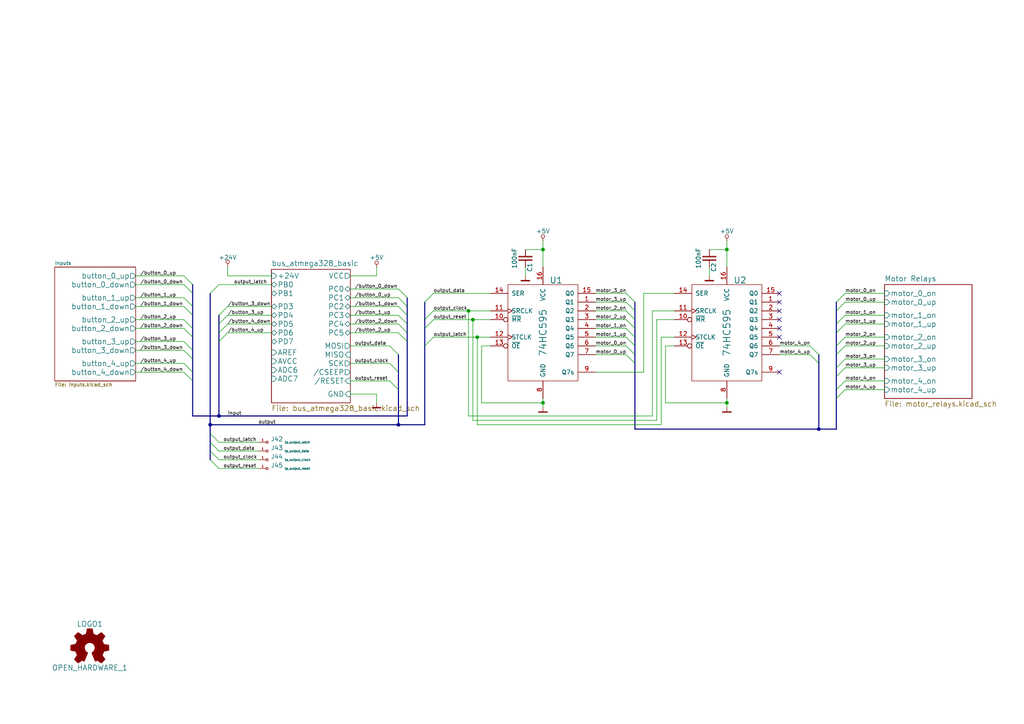
<source format=kicad_sch>
(kicad_sch (version 20211123) (generator eeschema)
  (paper "A4")
  (title_block (title "motor switch 3pole 5x") (date "2018-12-27") (rev "B") (company "koewiba"))
  (lib_symbols
    (symbol "connectors:CONN_1" (pin_names (offset 1.016))
      (property "Reference" "J" (at 0 1.905 0))
      (property "Value" "CONN_1" (at 0 -1.905 0))
      (symbol "CONN_1_0_1"
        (circle (center 0 0) (radius 0.3556))
      )
      (symbol "CONN_1_1_1"
        (pin passive line (at -2.54 0 0) (length 2.54) (name "~") (number "1"))
      )
    )
    (symbol "ics_74xx:74HC595" (pin_names (offset 1.016))
      (property "Reference" "U" (at 3.81 15.24 0))
      (property "Value" "74HC595" (at 0 0 90))
      (property "Datasheet" "74xx/74HC595.pdf" (at 0 0 0))
      (symbol "74HC595_0_1"
        (rectangle (start -10.16 -13.97) (end 10.16 13.97))
      )
      (symbol "74HC595_1_1"
        (pin tri_state line (at 15.24 8.89 180) (length 5.08) (name "Q1") (number "1"))
        (pin input inverted (at -15.24 3.81 0) (length 5.08) (name "~{MR}") (number "10"))
        (pin input clock (at -15.24 6.35 0) (length 5.08) (name "SRCLK") (number "11"))
        (pin input clock (at -15.24 -1.27 0) (length 5.08) (name "STCLK") (number "12"))
        (pin input inverted (at -15.24 -3.81 0) (length 5.08) (name "~{OE}") (number "13"))
        (pin input line (at -15.24 11.43 0) (length 5.08) (name "SER") (number "14"))
        (pin tri_state line (at 15.24 11.43 180) (length 5.08) (name "Q0") (number "15"))
        (pin power_in line (at 0 19.05 270) (length 5.08) (name "VCC") (number "16"))
        (pin tri_state line (at 15.24 6.35 180) (length 5.08) (name "Q2") (number "2"))
        (pin tri_state line (at 15.24 3.81 180) (length 5.08) (name "Q3") (number "3"))
        (pin tri_state line (at 15.24 1.27 180) (length 5.08) (name "Q4") (number "4"))
        (pin tri_state line (at 15.24 -1.27 180) (length 5.08) (name "Q5") (number "5"))
        (pin tri_state line (at 15.24 -3.81 180) (length 5.08) (name "Q6") (number "6"))
        (pin tri_state line (at 15.24 -6.35 180) (length 5.08) (name "Q7") (number "7"))
        (pin power_in line (at 0 -19.05 90) (length 5.08) (name "GND") (number "8"))
        (pin output line (at 15.24 -11.43 180) (length 5.08) (name "Q7s") (number "9"))
      )
    )
    (symbol "logo:OPEN_HARDWARE_1" (pin_names (offset 1.016))
      (property "Reference" "LOGO" (at 0 6.985 0))
      (property "Value" "OPEN_HARDWARE_1" (at 0 -5.715 0))
      (symbol "OPEN_HARDWARE_1_0_1"
        (polyline (pts (xy 3.3528 -4.3434) (xy 3.302 -4.318) (xy 3.175 -4.2418) (xy 2.9972 -4.1148) (xy 2.7686 -3.9624) (xy 2.54 -3.81) (xy 2.3622 -3.7084) (xy 2.2352 -3.6068) (xy 2.1844 -3.5814) (xy 2.159 -3.6068) (xy 2.0574 -3.6576) (xy 1.905 -3.7338) (xy 1.8034 -3.7846) (xy 1.6764 -3.8354) (xy 1.6002 -3.8354) (xy 1.6002 -3.8354) (xy 1.5494 -3.7338) (xy 1.4732 -3.5306) (xy 1.3462 -3.302) (xy 1.2446 -3.0226) (xy 1.1176 -2.7178) (xy 0.9652 -2.413) (xy 0.8636 -2.1082) (xy 0.7366 -1.8288) (xy 0.6604 -1.6256) (xy 0.6096 -1.4732) (xy 0.5842 -1.397) (xy 0.5842 -1.397) (xy 0.6604 -1.3208) (xy 0.7874 -1.2446) (xy 1.0414 -1.016) (xy 1.2954 -0.6858) (xy 1.4478 -0.3302) (xy 1.524 0.0762) (xy 1.4732 0.4572) (xy 1.3208 0.8128) (xy 1.0668 1.143) (xy 0.762 1.3716) (xy 0.4064 1.524) (xy 0 1.5748) (xy -0.381 1.5494) (xy -0.7366 1.397) (xy -1.0668 1.143) (xy -1.2192 0.9906) (xy -1.397 0.6604) (xy -1.524 0.3048) (xy -1.524 0.2286) (xy -1.4986 -0.1778) (xy -1.397 -0.5334) (xy -1.1938 -0.8636) (xy -0.9144 -1.143) (xy -0.8636 -1.1684) (xy -0.7366 -1.27) (xy -0.635 -1.3462) (xy -0.5842 -1.397) (xy -1.0668 -2.5908) (xy -1.143 -2.794) (xy -1.2954 -3.1242) (xy -1.397 -3.4036) (xy -1.4986 -3.6322) (xy -1.5748 -3.7846) (xy -1.6002 -3.8354) (xy -1.6002 -3.8354) (xy -1.651 -3.8354) (xy -1.7272 -3.81) (xy -1.905 -3.7338) (xy -2.0066 -3.683) (xy -2.1336 -3.6068) (xy -2.2098 -3.5814) (xy -2.2606 -3.6068) (xy -2.3622 -3.683) (xy -2.54 -3.81) (xy -2.7686 -3.9624) (xy -2.9718 -4.0894) (xy -3.1496 -4.2164) (xy -3.302 -4.318) (xy -3.3528 -4.3434) (xy -3.3782 -4.3434) (xy -3.429 -4.318) (xy -3.5306 -4.2164) (xy -3.7084 -4.064) (xy -3.937 -3.8354) (xy -3.9624 -3.81) (xy -4.1656 -3.6068) (xy -4.318 -3.4544) (xy -4.4196 -3.3274) (xy -4.445 -3.2766) (xy -4.445 -3.2766) (xy -4.4196 -3.2258) (xy -4.318 -3.0734) (xy -4.2164 -2.8956) (xy -4.064 -2.667) (xy -3.6576 -2.0828) (xy -3.8862 -1.5494) (xy -3.937 -1.3716) (xy -4.0386 -1.1684) (xy -4.0894 -1.0414) (xy -4.1148 -0.9652) (xy -4.191 -0.9398) (xy -4.318 -0.9144) (xy -4.5466 -0.8636) (xy -4.8006 -0.8128) (xy -5.0546 -0.7874) (xy -5.2578 -0.7366) (xy -5.4356 -0.7112) (xy -5.5118 -0.6858) (xy -5.5118 -0.6858) (xy -5.5372 -0.635) (xy -5.5372 -0.5588) (xy -5.5372 -0.4318) (xy -5.5626 -0.2286) (xy -5.5626 0.0762) (xy -5.5626 0.127) (xy -5.5372 0.4064) (xy -5.5372 0.635) (xy -5.5372 0.762) (xy -5.5372 0.8382) (xy -5.5372 0.8382) (xy -5.461 0.8382) (xy -5.3086 0.889) (xy -5.08 0.9144) (xy -4.826 0.9652) (xy -4.8006 0.9906) (xy -4.5466 1.0414) (xy -4.318 1.0668) (xy -4.1656 1.1176) (xy -4.0894 1.143) (xy -4.0894 1.143) (xy -4.0386 1.2446) (xy -3.9624 1.4224) (xy -3.8608 1.6256) (xy -3.7846 1.8288) (xy -3.7084 2.0066) (xy -3.6576 2.159) (xy -3.6322 2.2098) (xy -3.6322 2.2098) (xy -3.683 2.286) (xy -3.7592 2.413) (xy -3.8862 2.5908) (xy -4.064 2.8194) (xy -4.064 2.8448) (xy -4.2164 3.0734) (xy -4.3434 3.2512) (xy -4.4196 3.3782) (xy -4.445 3.4544) (xy -4.445 3.4544) (xy -4.3942 3.5052) (xy -4.2926 3.6322) (xy -4.1148 3.81) (xy -3.937 4.0132) (xy -3.8608 4.064) (xy -3.6576 4.2926) (xy -3.5052 4.4196) (xy -3.4036 4.4958) (xy -3.3528 4.5212) (xy -3.3528 4.5212) (xy -3.302 4.4704) (xy -3.1496 4.3688) (xy -2.9718 4.2418) (xy -2.7432 4.0894) (xy -2.7178 4.0894) (xy -2.4892 3.937) (xy -2.3114 3.81) (xy -2.1844 3.7084) (xy -2.1336 3.683) (xy -2.1082 3.683) (xy -2.032 3.7084) (xy -1.8542 3.7592) (xy -1.6764 3.8354) (xy -1.4732 3.937) (xy -1.27 4.0132) (xy -1.143 4.064) (xy -1.0668 4.1148) (xy -1.0668 4.1148) (xy -1.0414 4.191) (xy -1.016 4.3434) (xy -0.9652 4.572) (xy -0.9144 4.8514) (xy -0.889 4.9022) (xy -0.8382 5.1562) (xy -0.8128 5.3848) (xy -0.7874 5.5372) (xy -0.762 5.588) (xy -0.7112 5.6134) (xy -0.5842 5.6134) (xy -0.4064 5.6134) (xy -0.1524 5.6134) (xy 0.0762 5.6134) (xy 0.3302 5.6134) (xy 0.5334 5.6134) (xy 0.6858 5.588) (xy 0.7366 5.588) (xy 0.7366 5.588) (xy 0.762 5.5118) (xy 0.8128 5.334) (xy 0.8382 5.1054) (xy 0.9144 4.826) (xy 0.9144 4.7752) (xy 0.9652 4.5212) (xy 1.016 4.2926) (xy 1.0414 4.1402) (xy 1.0668 4.0894) (xy 1.0668 4.0894) (xy 1.1938 4.0386) (xy 1.3716 3.9624) (xy 1.5748 3.8608) (xy 2.0828 3.6576) (xy 2.7178 4.0894) (xy 2.7686 4.1402) (xy 2.9972 4.2926) (xy 3.175 4.4196) (xy 3.302 4.4958) (xy 3.3782 4.5212) (xy 3.3782 4.5212) (xy 3.429 4.4704) (xy 3.556 4.3434) (xy 3.7338 4.191) (xy 3.9116 3.9878) (xy 4.064 3.8354) (xy 4.2418 3.6576) (xy 4.3434 3.556) (xy 4.4196 3.4798) (xy 4.4196 3.429) (xy 4.4196 3.4036) (xy 4.3942 3.3274) (xy 4.2926 3.2004) (xy 4.1656 2.9972) (xy 4.0132 2.794) (xy 3.8862 2.5908) (xy 3.7592 2.3876) (xy 3.6576 2.2352) (xy 3.6322 2.159) (xy 3.6322 2.1336) (xy 3.683 2.0066) (xy 3.7592 1.8288) (xy 3.8608 1.6002) (xy 4.064 1.1176) (xy 4.3942 1.0414) (xy 4.5974 1.016) (xy 4.8768 0.9652) (xy 5.1308 0.9144) (xy 5.5372 0.8382) (xy 5.5626 -0.6604) (xy 5.4864 -0.6858) (xy 5.4356 -0.6858) (xy 5.2832 -0.7366) (xy 5.0546 -0.762) (xy 4.8006 -0.8128) (xy 4.5974 -0.8636) (xy 4.3688 -0.9144) (xy 4.2164 -0.9398) (xy 4.1402 -0.9398) (xy 4.1148 -0.9652) (xy 4.064 -1.0668) (xy 3.9878 -1.2446) (xy 3.9116 -1.4478) (xy 3.81 -1.651) (xy 3.7338 -1.8542) (xy 3.683 -2.0066) (xy 3.6576 -2.0828) (xy 3.683 -2.1336) (xy 3.7846 -2.2606) (xy 3.8862 -2.4638) (xy 4.0386 -2.667) (xy 4.191 -2.8956) (xy 4.318 -3.0734) (xy 4.3942 -3.2004) (xy 4.445 -3.2766) (xy 4.4196 -3.3274) (xy 4.3434 -3.429) (xy 4.1656 -3.5814) (xy 3.937 -3.8354) (xy 3.8862 -3.8608) (xy 3.683 -4.064) (xy 3.5306 -4.2164) (xy 3.4036 -4.318) (xy 3.3528 -4.3434)) (fill (type outline)))
      )
    )
    (symbol "power:+24V" (power) (pin_numbers hide) (pin_names (offset 0))
      (property "Value" "power_+24V" (at 0 2.794 0))
      (symbol "+24V_0_0"
        (pin power_in line (at 0 0 90) (length 0) hide (name "+24V") (number "1"))
      )
      (symbol "+24V_0_1"
        (polyline (pts (xy 0 0) (xy 0 1.016) (xy 0 1.016)))
        (circle (center 0 1.524) (radius 0.508))
      )
    )
    (symbol "power:+5V" (power) (pin_names (offset 1.016))
      (property "Value" "power_+5V" (at 0 2.794 0))
      (symbol "+5V_0_0"
        (pin power_in line (at 0 0 90) (length 0) hide (name "+5V") (number "1"))
      )
      (symbol "+5V_0_1"
        (polyline (pts (xy 0 0) (xy 0 0.762) (xy 0 0.762) (xy 0 0.762)))
        (circle (center 0 1.27) (radius 0.508))
      )
    )
    (symbol "power:GND" (power) (pin_names (offset 0.254))
      (symbol "GND_0_1"
        (polyline (pts (xy 0 0) (xy 0 -1.27) (xy 0 -1.27)))
        (polyline (pts (xy 1.27 -1.397) (xy -1.27 -1.397) (xy -1.27 -1.397)))
        (polyline (pts (xy 1.27 -1.27) (xy -1.27 -1.27) (xy -1.27 -1.27)))
        (polyline (pts (xy 1.27 -1.27) (xy 1.27 -1.524) (xy -1.27 -1.524) (xy -1.27 -1.27) (xy -1.27 -1.27)))
      )
      (symbol "GND_1_1"
        (pin power_in line (at 0 0 90) (length 0) hide (name "GND") (number "1"))
      )
    )
    (symbol "standard:C" (pin_numbers hide) (pin_names (offset 1.016) hide)
      (property "Reference" "C" (at 1.27 1.27 0))
      (property "Value" "C" (at 0 -3.175 0))
      (symbol "C_0_1"
        (polyline (pts (xy -0.508 -1.905) (xy -0.508 1.905) (xy -0.508 1.905)))
        (polyline (pts (xy -0.381 -1.905) (xy -0.635 -1.905) (xy -0.635 -1.905)))
        (polyline (pts (xy -0.381 1.905) (xy -0.635 1.905) (xy -0.635 1.905)))
        (polyline (pts (xy -0.381 1.905) (xy -0.381 -1.905) (xy -0.381 -1.905)))
        (polyline (pts (xy 0.381 1.905) (xy 0.381 -1.905) (xy 0.381 -1.905)))
        (polyline (pts (xy 0.508 -1.905) (xy 0.508 1.905) (xy 0.508 1.905)))
        (polyline (pts (xy 0.635 -1.905) (xy 0.381 -1.905) (xy 0.381 -1.905)))
        (polyline (pts (xy 0.635 -1.905) (xy 0.635 1.905) (xy 0.635 1.905)))
        (polyline (pts (xy 0.635 1.905) (xy 0.381 1.905) (xy 0.381 1.905)))
        (polyline (pts (xy -0.635 1.905) (xy -0.635 -1.905) (xy -0.635 -1.905) (xy -0.635 -1.905)))
      )
      (symbol "C_1_1"
        (pin input line (at -2.54 0 0) (length 1.905) (name "1") (number "1"))
        (pin input line (at 2.54 0 180) (length 1.905) (name "2") (number "2"))
      )
    )
  )
  (junction (at 137.16 92.71))
  (junction (at 135.89 90.17))
  (junction (at 157.48 116.84))
  (junction (at 157.48 72.39))
  (junction (at 210.82 72.39))
  (junction (at 237.49 124.46))
  (junction (at 63.5 120.65))
  (junction (at 60.96 123.19))
  (junction (at 138.43 97.79))
  (junction (at 210.82 116.84))
  (junction (at 115.57 123.19))
  (no_connect (at 226.06 107.95))
  (no_connect (at 226.06 85.09))
  (no_connect (at 226.06 92.71))
  (no_connect (at 226.06 90.17))
  (no_connect (at 226.06 95.25))
  (no_connect (at 226.06 87.63))
  (no_connect (at 226.06 97.79))
  (bus_entry (at 181.61 87.63) (size 2.54 2.54))
  (bus_entry (at 181.61 95.25) (size 2.54 2.54))
  (bus_entry (at 242.57 113.03) (size 2.54 -2.54))
  (bus_entry (at 60.96 128.27) (size 2.54 2.54))
  (bus_entry (at 181.61 102.87) (size 2.54 2.54))
  (bus_entry (at 242.57 102.87) (size 2.54 -2.54))
  (bus_entry (at 63.5 93.98) (size 2.54 -2.54))
  (bus_entry (at 181.61 97.79) (size 2.54 2.54))
  (bus_entry (at 53.34 86.36) (size 2.54 2.54))
  (bus_entry (at 113.03 105.41) (size 2.54 2.54))
  (bus_entry (at 181.61 92.71) (size 2.54 2.54))
  (bus_entry (at 123.19 92.71) (size 2.54 -2.54))
  (bus_entry (at 115.57 88.9) (size 2.54 2.54))
  (bus_entry (at 60.96 133.35) (size 2.54 2.54))
  (bus_entry (at 53.34 88.9) (size 2.54 2.54))
  (bus_entry (at 123.19 100.33) (size 2.54 -2.54))
  (bus_entry (at 242.57 93.98) (size 2.54 -2.54))
  (bus_entry (at 234.95 102.87) (size 2.54 2.54))
  (bus_entry (at 53.34 107.95) (size 2.54 2.54))
  (bus_entry (at 115.57 86.36) (size 2.54 2.54))
  (bus_entry (at 123.19 95.25) (size 2.54 -2.54))
  (bus_entry (at 53.34 101.6) (size 2.54 2.54))
  (bus_entry (at 60.96 130.81) (size 2.54 2.54))
  (bus_entry (at 63.5 96.52) (size 2.54 -2.54))
  (bus_entry (at 242.57 87.63) (size 2.54 -2.54))
  (bus_entry (at 53.34 105.41) (size 2.54 2.54))
  (bus_entry (at 63.5 91.44) (size 2.54 -2.54))
  (bus_entry (at 242.57 106.68) (size 2.54 -2.54))
  (bus_entry (at 181.61 90.17) (size 2.54 2.54))
  (bus_entry (at 115.57 93.98) (size 2.54 2.54))
  (bus_entry (at 63.5 99.06) (size 2.54 -2.54))
  (bus_entry (at 181.61 100.33) (size 2.54 2.54))
  (bus_entry (at 53.34 82.55) (size 2.54 2.54))
  (bus_entry (at 242.57 90.17) (size 2.54 -2.54))
  (bus_entry (at 53.34 95.25) (size 2.54 2.54))
  (bus_entry (at 115.57 83.82) (size 2.54 2.54))
  (bus_entry (at 53.34 99.06) (size 2.54 2.54))
  (bus_entry (at 115.57 91.44) (size 2.54 2.54))
  (bus_entry (at 113.03 110.49) (size 2.54 2.54))
  (bus_entry (at 60.96 125.73) (size 2.54 2.54))
  (bus_entry (at 123.19 87.63) (size 2.54 -2.54))
  (bus_entry (at 234.95 100.33) (size 2.54 2.54))
  (bus_entry (at 242.57 96.52) (size 2.54 -2.54))
  (bus_entry (at 181.61 85.09) (size 2.54 2.54))
  (bus_entry (at 53.34 92.71) (size 2.54 2.54))
  (bus_entry (at 113.03 100.33) (size 2.54 2.54))
  (bus_entry (at 115.57 96.52) (size 2.54 2.54))
  (bus_entry (at 242.57 109.22) (size 2.54 -2.54))
  (bus_entry (at 242.57 100.33) (size 2.54 -2.54))
  (bus_entry (at 242.57 115.57) (size 2.54 -2.54))
  (bus_entry (at 60.96 85.09) (size 2.54 -2.54))
  (bus_entry (at 53.34 80.01) (size 2.54 2.54))
  (bus (pts (xy 184.15 124.46) (xy 237.49 124.46)))
  (wire (pts (xy 256.54 106.68) (xy 245.11 106.68)))
  (wire (pts (xy 256.54 113.03) (xy 245.11 113.03)))
  (bus (pts (xy 123.19 92.71) (xy 123.19 95.25)))
  (wire (pts (xy 157.48 69.85) (xy 157.48 72.39)))
  (bus (pts (xy 115.57 123.19) (xy 123.19 123.19)))
  (wire (pts (xy 101.6 93.98) (xy 115.57 93.98)))
  (wire (pts (xy 172.72 107.95) (xy 186.69 107.95)))
  (wire (pts (xy 39.37 101.6) (xy 53.34 101.6)))
  (wire (pts (xy 39.37 107.95) (xy 53.34 107.95)))
  (bus (pts (xy 242.57 96.52) (xy 242.57 100.33)))
  (wire (pts (xy 172.72 85.09) (xy 181.61 85.09)))
  (wire (pts (xy 137.16 121.92) (xy 190.5 121.92)))
  (wire (pts (xy 101.6 100.33) (xy 113.03 100.33)))
  (wire (pts (xy 256.54 91.44) (xy 245.11 91.44)))
  (bus (pts (xy 118.11 96.52) (xy 118.11 99.06)))
  (wire (pts (xy 210.82 116.84) (xy 210.82 118.11)))
  (bus (pts (xy 237.49 124.46) (xy 242.57 124.46)))
  (bus (pts (xy 55.88 95.25) (xy 55.88 97.79)))
  (wire (pts (xy 210.82 69.85) (xy 210.82 72.39)))
  (wire (pts (xy 63.5 82.55) (xy 78.74 82.55)))
  (bus (pts (xy 55.88 82.55) (xy 55.88 85.09)))
  (bus (pts (xy 242.57 87.63) (xy 242.57 90.17)))
  (bus (pts (xy 242.57 106.68) (xy 242.57 109.22)))
  (wire (pts (xy 66.04 96.52) (xy 78.74 96.52)))
  (wire (pts (xy 138.43 123.19) (xy 138.43 97.79)))
  (wire (pts (xy 256.54 87.63) (xy 245.11 87.63)))
  (bus (pts (xy 242.57 102.87) (xy 242.57 106.68)))
  (bus (pts (xy 60.96 125.73) (xy 60.96 128.27)))
  (bus (pts (xy 184.15 90.17) (xy 184.15 92.71)))
  (wire (pts (xy 53.34 92.71) (xy 39.37 92.71)))
  (wire (pts (xy 135.89 120.65) (xy 135.89 90.17)))
  (bus (pts (xy 55.88 91.44) (xy 55.88 95.25)))
  (wire (pts (xy 152.4 72.39) (xy 157.48 72.39)))
  (bus (pts (xy 60.96 123.19) (xy 60.96 125.73)))
  (bus (pts (xy 184.15 102.87) (xy 184.15 105.41)))
  (wire (pts (xy 256.54 104.14) (xy 245.11 104.14)))
  (wire (pts (xy 190.5 121.92) (xy 190.5 92.71)))
  (wire (pts (xy 256.54 110.49) (xy 245.11 110.49)))
  (wire (pts (xy 172.72 100.33) (xy 181.61 100.33)))
  (bus (pts (xy 55.88 104.14) (xy 55.88 107.95)))
  (wire (pts (xy 125.73 85.09) (xy 142.24 85.09)))
  (wire (pts (xy 172.72 92.71) (xy 181.61 92.71)))
  (bus (pts (xy 115.57 113.03) (xy 115.57 123.19)))
  (wire (pts (xy 101.6 80.01) (xy 109.22 80.01)))
  (wire (pts (xy 125.73 90.17) (xy 135.89 90.17)))
  (wire (pts (xy 39.37 95.25) (xy 53.34 95.25)))
  (wire (pts (xy 172.72 90.17) (xy 181.61 90.17)))
  (wire (pts (xy 109.22 114.3) (xy 109.22 116.84)))
  (wire (pts (xy 39.37 80.01) (xy 53.34 80.01)))
  (wire (pts (xy 78.74 80.01) (xy 66.04 80.01)))
  (bus (pts (xy 184.15 87.63) (xy 184.15 90.17)))
  (wire (pts (xy 137.16 92.71) (xy 142.24 92.71)))
  (bus (pts (xy 184.15 97.79) (xy 184.15 100.33)))
  (wire (pts (xy 195.58 97.79) (xy 191.77 97.79)))
  (wire (pts (xy 137.16 92.71) (xy 137.16 121.92)))
  (wire (pts (xy 210.82 115.57) (xy 210.82 116.84)))
  (wire (pts (xy 195.58 100.33) (xy 193.04 100.33)))
  (wire (pts (xy 205.74 72.39) (xy 210.82 72.39)))
  (wire (pts (xy 181.61 87.63) (xy 172.72 87.63)))
  (wire (pts (xy 66.04 91.44) (xy 78.74 91.44)))
  (bus (pts (xy 123.19 95.25) (xy 123.19 100.33)))
  (bus (pts (xy 184.15 95.25) (xy 184.15 97.79)))
  (wire (pts (xy 125.73 92.71) (xy 137.16 92.71)))
  (wire (pts (xy 63.5 130.81) (xy 74.93 130.81)))
  (bus (pts (xy 242.57 93.98) (xy 242.57 96.52)))
  (bus (pts (xy 118.11 86.36) (xy 118.11 88.9)))
  (wire (pts (xy 139.7 116.84) (xy 157.48 116.84)))
  (wire (pts (xy 234.95 100.33) (xy 226.06 100.33)))
  (bus (pts (xy 118.11 99.06) (xy 118.11 120.65)))
  (wire (pts (xy 53.34 105.41) (xy 39.37 105.41)))
  (wire (pts (xy 63.5 133.35) (xy 74.93 133.35)))
  (bus (pts (xy 63.5 120.65) (xy 118.11 120.65)))
  (wire (pts (xy 205.74 77.47) (xy 205.74 80.01)))
  (bus (pts (xy 123.19 100.33) (xy 123.19 123.19)))
  (bus (pts (xy 237.49 102.87) (xy 237.49 105.41)))
  (wire (pts (xy 138.43 97.79) (xy 142.24 97.79)))
  (wire (pts (xy 157.48 72.39) (xy 157.48 77.47)))
  (bus (pts (xy 242.57 113.03) (xy 242.57 115.57)))
  (wire (pts (xy 66.04 88.9) (xy 78.74 88.9)))
  (wire (pts (xy 101.6 114.3) (xy 109.22 114.3)))
  (wire (pts (xy 139.7 100.33) (xy 139.7 116.84)))
  (wire (pts (xy 191.77 97.79) (xy 191.77 123.19)))
  (wire (pts (xy 152.4 77.47) (xy 152.4 80.01)))
  (wire (pts (xy 74.93 128.27) (xy 63.5 128.27)))
  (wire (pts (xy 142.24 100.33) (xy 139.7 100.33)))
  (bus (pts (xy 55.88 110.49) (xy 55.88 120.65)))
  (wire (pts (xy 66.04 80.01) (xy 66.04 77.47)))
  (bus (pts (xy 184.15 100.33) (xy 184.15 102.87)))
  (wire (pts (xy 189.23 90.17) (xy 189.23 120.65)))
  (wire (pts (xy 157.48 116.84) (xy 157.48 118.11)))
  (bus (pts (xy 118.11 91.44) (xy 118.11 93.98)))
  (bus (pts (xy 55.88 120.65) (xy 63.5 120.65)))
  (wire (pts (xy 193.04 116.84) (xy 210.82 116.84)))
  (bus (pts (xy 63.5 93.98) (xy 63.5 96.52)))
  (bus (pts (xy 242.57 109.22) (xy 242.57 113.03)))
  (wire (pts (xy 63.5 135.89) (xy 74.93 135.89)))
  (wire (pts (xy 195.58 90.17) (xy 189.23 90.17)))
  (bus (pts (xy 63.5 91.44) (xy 63.5 93.98)))
  (bus (pts (xy 118.11 88.9) (xy 118.11 91.44)))
  (bus (pts (xy 123.19 87.63) (xy 123.19 92.71)))
  (wire (pts (xy 39.37 88.9) (xy 53.34 88.9)))
  (bus (pts (xy 115.57 102.87) (xy 115.57 107.95)))
  (bus (pts (xy 60.96 130.81) (xy 60.96 133.35)))
  (bus (pts (xy 184.15 105.41) (xy 184.15 124.46)))
  (bus (pts (xy 184.15 92.71) (xy 184.15 95.25)))
  (bus (pts (xy 60.96 128.27) (xy 60.96 130.81)))
  (wire (pts (xy 256.54 97.79) (xy 245.11 97.79)))
  (wire (pts (xy 101.6 105.41) (xy 113.03 105.41)))
  (wire (pts (xy 53.34 86.36) (xy 39.37 86.36)))
  (bus (pts (xy 63.5 99.06) (xy 63.5 120.65)))
  (wire (pts (xy 189.23 120.65) (xy 135.89 120.65)))
  (wire (pts (xy 210.82 72.39) (xy 210.82 77.47)))
  (bus (pts (xy 242.57 90.17) (xy 242.57 93.98)))
  (wire (pts (xy 172.72 102.87) (xy 181.61 102.87)))
  (wire (pts (xy 256.54 85.09) (xy 245.11 85.09)))
  (bus (pts (xy 55.88 107.95) (xy 55.88 110.49)))
  (wire (pts (xy 135.89 90.17) (xy 142.24 90.17)))
  (bus (pts (xy 118.11 93.98) (xy 118.11 96.52)))
  (wire (pts (xy 186.69 107.95) (xy 186.69 85.09)))
  (wire (pts (xy 109.22 80.01) (xy 109.22 77.47)))
  (wire (pts (xy 172.72 97.79) (xy 181.61 97.79)))
  (wire (pts (xy 256.54 100.33) (xy 245.11 100.33)))
  (bus (pts (xy 242.57 100.33) (xy 242.57 102.87)))
  (wire (pts (xy 39.37 82.55) (xy 53.34 82.55)))
  (wire (pts (xy 157.48 115.57) (xy 157.48 116.84)))
  (bus (pts (xy 55.88 88.9) (xy 55.88 91.44)))
  (wire (pts (xy 193.04 100.33) (xy 193.04 116.84)))
  (wire (pts (xy 101.6 86.36) (xy 115.57 86.36)))
  (bus (pts (xy 55.88 85.09) (xy 55.88 88.9)))
  (wire (pts (xy 191.77 123.19) (xy 138.43 123.19)))
  (wire (pts (xy 172.72 95.25) (xy 181.61 95.25)))
  (wire (pts (xy 125.73 97.79) (xy 138.43 97.79)))
  (wire (pts (xy 186.69 85.09) (xy 195.58 85.09)))
  (wire (pts (xy 53.34 99.06) (xy 39.37 99.06)))
  (wire (pts (xy 190.5 92.71) (xy 195.58 92.71)))
  (wire (pts (xy 101.6 110.49) (xy 113.03 110.49)))
  (wire (pts (xy 101.6 83.82) (xy 115.57 83.82)))
  (wire (pts (xy 66.04 93.98) (xy 78.74 93.98)))
  (wire (pts (xy 101.6 91.44) (xy 115.57 91.44)))
  (wire (pts (xy 101.6 96.52) (xy 115.57 96.52)))
  (wire (pts (xy 256.54 93.98) (xy 245.11 93.98)))
  (bus (pts (xy 55.88 97.79) (xy 55.88 101.6)))
  (bus (pts (xy 60.96 123.19) (xy 115.57 123.19)))
  (bus (pts (xy 60.96 85.09) (xy 60.96 123.19)))
  (wire (pts (xy 226.06 102.87) (xy 234.95 102.87)))
  (bus (pts (xy 242.57 115.57) (xy 242.57 124.46)))
  (bus (pts (xy 115.57 107.95) (xy 115.57 113.03)))
  (wire (pts (xy 115.57 88.9) (xy 101.6 88.9)))
  (bus (pts (xy 63.5 96.52) (xy 63.5 99.06)))
  (bus (pts (xy 237.49 105.41) (xy 237.49 124.46)))
  (bus (pts (xy 55.88 101.6) (xy 55.88 104.14)))
  (label "output_reset" (at 102.87 110.49 0) (effects (font (size 1.016 1.016))))
  (label "/button_2_up" (at 102.87 96.52 0) (effects (font (size 1.016 1.016))))
  (label "motor_0_on" (at 245.11 85.09 0) (effects (font (size 1.016 1.016))))
  (label "output_latch" (at 64.77 128.27 0) (effects (font (size 1.016 1.016))))
  (label "output_data" (at 102.87 100.33 0) (effects (font (size 1.016 1.016))))
  (label "/button_4_down" (at 66.04 93.98 0) (effects (font (size 1.016 1.016))))
  (label "motor_1_up" (at 172.72 97.79 0) (effects (font (size 1.016 1.016))))
  (label "/button_2_down" (at 40.64 95.25 0) (effects (font (size 1.016 1.016))))
  (label "motor_4_up" (at 226.06 102.87 0) (effects (font (size 1.016 1.016))))
  (label "/button_0_up" (at 102.87 86.36 0) (effects (font (size 1.016 1.016))))
  (label "/button_0_down" (at 102.87 83.82 0) (effects (font (size 1.016 1.016))))
  (label "/button_4_up" (at 66.04 96.52 0) (effects (font (size 1.016 1.016))))
  (label "motor_3_on" (at 172.72 85.09 0) (effects (font (size 1.016 1.016))))
  (label "output_clock" (at 102.87 105.41 0) (effects (font (size 1.016 1.016))))
  (label "/button_1_down" (at 40.64 88.9 0) (effects (font (size 1.016 1.016))))
  (label "output_reset" (at 64.77 135.89 0) (effects (font (size 1.016 1.016))))
  (label "output_clock" (at 125.73 90.17 0) (effects (font (size 1.016 1.016))))
  (label "motor_2_up" (at 172.72 92.71 0) (effects (font (size 1.016 1.016))))
  (label "motor_2_on" (at 245.11 97.79 0) (effects (font (size 1.016 1.016))))
  (label "/button_1_up" (at 102.87 91.44 0) (effects (font (size 1.016 1.016))))
  (label "/button_2_up" (at 40.64 92.71 0) (effects (font (size 1.016 1.016))))
  (label "/button_1_up" (at 40.64 86.36 0) (effects (font (size 1.016 1.016))))
  (label "motor_1_on" (at 172.72 95.25 0) (effects (font (size 1.016 1.016))))
  (label "motor_0_on" (at 172.72 100.33 0) (effects (font (size 1.016 1.016))))
  (label "output_latch" (at 125.73 97.79 0) (effects (font (size 1.016 1.016))))
  (label "motor_3_up" (at 172.72 87.63 0) (effects (font (size 1.016 1.016))))
  (label "motor_4_up" (at 245.11 113.03 0) (effects (font (size 1.016 1.016))))
  (label "output_data" (at 125.73 85.09 0) (effects (font (size 1.016 1.016))))
  (label "output_data" (at 64.77 130.81 0) (effects (font (size 1.016 1.016))))
  (label "input" (at 66.04 120.65 0) (effects (font (size 1.016 1.016))))
  (label "motor_2_up" (at 245.11 100.33 0) (effects (font (size 1.016 1.016))))
  (label "output_clock" (at 64.77 133.35 0) (effects (font (size 1.016 1.016))))
  (label "motor_0_up" (at 172.72 102.87 0) (effects (font (size 1.016 1.016))))
  (label "motor_3_up" (at 245.11 106.68 0) (effects (font (size 1.016 1.016))))
  (label "output_latch" (at 77.47 82.55 180) (effects (font (size 1.016 1.016))))
  (label "/button_0_up" (at 40.64 80.01 0) (effects (font (size 1.016 1.016))))
  (label "motor_4_on" (at 226.06 100.33 0) (effects (font (size 1.016 1.016))))
  (label "output" (at 74.93 123.19 0) (effects (font (size 1.016 1.016))))
  (label "motor_1_up" (at 245.11 93.98 0) (effects (font (size 1.016 1.016))))
  (label "motor_1_on" (at 245.11 91.44 0) (effects (font (size 1.016 1.016))))
  (label "motor_3_on" (at 245.11 104.14 0) (effects (font (size 1.016 1.016))))
  (label "/button_3_up" (at 40.64 99.06 0) (effects (font (size 1.016 1.016))))
  (label "/button_0_down" (at 40.64 82.55 0) (effects (font (size 1.016 1.016))))
  (label "motor_4_on" (at 245.11 110.49 0) (effects (font (size 1.016 1.016))))
  (label "/button_2_down" (at 102.87 93.98 0) (effects (font (size 1.016 1.016))))
  (label "output_reset" (at 125.73 92.71 0) (effects (font (size 1.016 1.016))))
  (label "/button_1_down" (at 102.87 88.9 0) (effects (font (size 1.016 1.016))))
  (label "/button_4_up" (at 40.64 105.41 0) (effects (font (size 1.016 1.016))))
  (label "motor_2_on" (at 172.72 90.17 0) (effects (font (size 1.016 1.016))))
  (label "motor_0_up" (at 245.11 87.63 0) (effects (font (size 1.016 1.016))))
  (label "/button_3_up" (at 66.04 91.44 0) (effects (font (size 1.016 1.016))))
  (label "/button_4_down" (at 40.64 107.95 0) (effects (font (size 1.016 1.016))))
  (label "/button_3_down" (at 66.04 88.9 0) (effects (font (size 1.016 1.016))))
  (label "/button_3_down" (at 40.64 101.6 0) (effects (font (size 1.016 1.016))))
  (symbol (lib_id "power:+5V") (at 109.22 77.47 0) (mirror y) (unit 1)
    (property "Reference" "#PWR01" (effects hide))
    (property "Value" "+5V" (at 109.22 74.676 0))
  )
  (symbol (lib_id "power:+24V") (at 66.04 77.47 0) (mirror y) (unit 1)
    (property "Reference" "#PWR02" (effects hide))
    (property "Value" "+24V" (at 66.04 74.676 0))
  )
  (symbol (lib_id "logo:OPEN_HARDWARE_1") (at 26.035 187.96 0) (unit 1)
    (property "Reference" "LOGO1" (at 26.035 180.975 0) (effects (font (size 1.524 1.524))))
    (property "Value" "OPEN_HARDWARE_1" (at 26.035 193.675 0) (effects (font (size 1.524 1.524))))
    (property "Footprint" "Symbol:Symbol_OSHW-Logo_Copper" (effects hide))
  )
  (symbol (lib_id "power:GND") (at 109.22 116.84 0) (mirror y) (unit 1)
    (property "Reference" "#PWR03" (effects hide))
    (property "Value" "GND" (effects hide))
  )
  (symbol (lib_id "ics_74xx:74HC595") (at 210.82 96.52 0) (unit 1)
    (property "Reference" "U2" (at 214.63 81.28 0) (effects (font (size 1.778 1.778))))
    (property "Value" "74HC595" (at 210.82 96.52 90) (effects (font (size 2.0066 2.0066))))
    (property "Footprint" "Housings_SOIC:SO16N" (effects hide))
  )
  (symbol (lib_id "ics_74xx:74HC595") (at 157.48 96.52 0) (unit 1)
    (property "Reference" "U1" (at 161.29 81.28 0) (effects (font (size 1.778 1.778))))
    (property "Value" "74HC595" (at 157.48 96.52 90) (effects (font (size 2.0066 2.0066))))
    (property "Footprint" "Housings_SOIC:SO16N" (effects hide))
  )
  (symbol (lib_id "standard:C") (at 205.74 74.93 270) (unit 1)
    (property "Reference" "C2" (at 207.01 76.2 0) (effects (justify left)))
    (property "Value" "100nF" (at 202.565 74.93 0))
    (property "Footprint" "Capacitors_SMD:C_0805" (effects hide))
  )
  (symbol (lib_id "standard:C") (at 152.4 74.93 270) (unit 1)
    (property "Reference" "C1" (at 153.67 76.2 0) (effects (justify left)))
    (property "Value" "100nF" (at 149.225 74.93 0))
    (property "Footprint" "Capacitors_SMD:C_0805" (effects hide))
  )
  (symbol (lib_id "power:+5V") (at 210.82 69.85 0) (unit 1)
    (property "Reference" "#PWR04" (effects hide))
    (property "Value" "+5V" (at 210.82 67.056 0))
  )
  (symbol (lib_id "power:+5V") (at 157.48 69.85 0) (unit 1)
    (property "Reference" "#PWR05" (effects hide))
    (property "Value" "+5V" (at 157.48 67.056 0))
  )
  (symbol (lib_id "power:GND") (at 152.4 80.01 0) (unit 1)
    (property "Reference" "#PWR06" (effects hide))
    (property "Value" "GND" (effects hide))
  )
  (symbol (lib_id "power:GND") (at 205.74 80.01 0) (unit 1)
    (property "Reference" "#PWR07" (effects hide))
    (property "Value" "GND" (effects hide))
  )
  (symbol (lib_id "power:GND") (at 210.82 118.11 0) (unit 1)
    (property "Reference" "#PWR08" (effects hide))
    (property "Value" "GND" (effects hide))
  )
  (symbol (lib_id "power:GND") (at 157.48 118.11 0) (unit 1)
    (property "Reference" "#PWR09" (effects hide))
    (property "Value" "GND" (effects hide))
  )
  (symbol (lib_id "connectors:CONN_1") (at 77.47 128.27 0) (unit 1)
    (property "Reference" "J42" (at 78.5114 127.3556 0) (effects (justify left)))
    (property "Value" "tp_output_latch" (at 82.55 128.27 0) (effects (font (size 0.635 0.635)) (justify left)))
    (property "Footprint" "Connector_Miscelleaneus:Testpoint_1mm" (effects hide))
  )
  (symbol (lib_id "connectors:CONN_1") (at 77.47 130.81 0) (unit 1)
    (property "Reference" "J43" (at 78.5114 129.8956 0) (effects (justify left)))
    (property "Value" "tp_output_data" (at 82.55 130.81 0) (effects (font (size 0.635 0.635)) (justify left)))
    (property "Footprint" "Connector_Miscelleaneus:Testpoint_1mm" (effects hide))
  )
  (symbol (lib_id "connectors:CONN_1") (at 77.47 133.35 0) (unit 1)
    (property "Reference" "J44" (at 78.5114 132.4356 0) (effects (justify left)))
    (property "Value" "tp_output_clock" (at 82.55 133.35 0) (effects (font (size 0.635 0.635)) (justify left)))
    (property "Footprint" "Connector_Miscelleaneus:Testpoint_1mm" (effects hide))
  )
  (symbol (lib_id "connectors:CONN_1") (at 77.47 135.89 0) (unit 1)
    (property "Reference" "J45" (at 78.5114 134.9756 0) (effects (justify left)))
    (property "Value" "tp_output_reset" (at 82.55 135.89 0) (effects (font (size 0.635 0.635)) (justify left)))
    (property "Footprint" "Connector_Miscelleaneus:Testpoint_1mm" (effects hide))
  )
  (sheet (at 78.74 78.105) (size 22.86 38.735)
    (property "Sheet name" "bus_atmega328_basic" (at 78.74 77.2664 0) (effects (font (size 1.524 1.524)) (justify left bottom)))
    (property "Sheet file" "bus_atmega328_basic.kicad_sch" (at 78.74 117.5262 0) (effects (font (size 1.524 1.524)) (justify left top)))
    (pin "AREF" input (at 78.74 102.235 180) (effects (font (size 1.524 1.524))))
    (pin "AVCC" input (at 78.74 104.775 180) (effects (font (size 1.524 1.524))))
    (pin "+24V" input (at 78.74 80.01 180) (effects (font (size 1.524 1.524))))
    (pin "PC1" bidirectional (at 101.6 86.36 0) (effects (font (size 1.524 1.524))))
    (pin "PC3" bidirectional (at 101.6 91.44 0) (effects (font (size 1.524 1.524))))
    (pin "PC2" bidirectional (at 101.6 88.9 0) (effects (font (size 1.524 1.524))))
    (pin "PC0" bidirectional (at 101.6 83.82 0) (effects (font (size 1.524 1.524))))
    (pin "GND" input (at 101.6 114.3 0) (effects (font (size 1.524 1.524))))
    (pin "VCC" output (at 101.6 80.01 0) (effects (font (size 1.524 1.524))))
    (pin "PC5" bidirectional (at 101.6 96.52 0) (effects (font (size 1.524 1.524))))
    (pin "PC4" bidirectional (at 101.6 93.98 0) (effects (font (size 1.524 1.524))))
    (pin "/RESET" input (at 101.6 110.49 0) (effects (font (size 1.524 1.524))))
    (pin "PD4" bidirectional (at 78.74 91.44 180) (effects (font (size 1.524 1.524))))
    (pin "PD3" bidirectional (at 78.74 88.9 180) (effects (font (size 1.524 1.524))))
    (pin "PD5" bidirectional (at 78.74 93.98 180) (effects (font (size 1.524 1.524))))
    (pin "PD7" bidirectional (at 78.74 99.06 180) (effects (font (size 1.524 1.524))))
    (pin "PD6" bidirectional (at 78.74 96.52 180) (effects (font (size 1.524 1.524))))
    (pin "ADC6" input (at 78.74 107.315 180) (effects (font (size 1.524 1.524))))
    (pin "ADC7" input (at 78.74 109.855 180) (effects (font (size 1.524 1.524))))
    (pin "PB0" bidirectional (at 78.74 82.55 180) (effects (font (size 1.524 1.524))))
    (pin "PB1" bidirectional (at 78.74 85.09 180) (effects (font (size 1.524 1.524))))
    (pin "/CSEEP" output (at 101.6 107.95 0) (effects (font (size 1.524 1.524))))
    (pin "MOSI" output (at 101.6 100.33 0) (effects (font (size 1.524 1.524))))
    (pin "MISO" input (at 101.6 102.87 0) (effects (font (size 1.524 1.524))))
    (pin "SCK" output (at 101.6 105.41 0) (effects (font (size 1.524 1.524))))
  )
  (sheet (at 256.54 82.55) (size 25.4 33.02)
    (property "Sheet name" "Motor Relays" (at 256.54 81.7114 0) (effects (font (size 1.524 1.524)) (justify left bottom)))
    (property "Sheet file" "motor_relays.kicad_sch" (at 256.54 116.2562 0) (effects (font (size 1.524 1.524)) (justify left top)))
    (pin "motor_0_on" input (at 256.54 85.09 180) (effects (font (size 1.524 1.524))))
    (pin "motor_0_up" input (at 256.54 87.63 180) (effects (font (size 1.524 1.524))))
    (pin "motor_1_on" input (at 256.54 91.44 180) (effects (font (size 1.524 1.524))))
    (pin "motor_1_up" input (at 256.54 93.98 180) (effects (font (size 1.524 1.524))))
    (pin "motor_2_up" input (at 256.54 100.33 180) (effects (font (size 1.524 1.524))))
    (pin "motor_2_on" input (at 256.54 97.79 180) (effects (font (size 1.524 1.524))))
    (pin "motor_3_up" input (at 256.54 106.68 180) (effects (font (size 1.524 1.524))))
    (pin "motor_3_on" input (at 256.54 104.14 180) (effects (font (size 1.524 1.524))))
    (pin "motor_4_up" input (at 256.54 113.03 180) (effects (font (size 1.524 1.524))))
    (pin "motor_4_on" input (at 256.54 110.49 180) (effects (font (size 1.524 1.524))))
  )
  (sheet (at 15.875 77.47) (size 23.495 33.02)
    (property "Sheet name" "Inputs" (at 15.875 76.8854 0) (effects (font (size 1.016 1.016)) (justify left bottom)))
    (property "Sheet file" "inputs.kicad_sch" (at 15.875 110.973 0) (effects (font (size 1.016 1.016)) (justify left top)))
    (pin "button_0_up" output (at 39.37 80.01 0) (effects (font (size 1.524 1.524))))
    (pin "button_0_down" output (at 39.37 82.55 0) (effects (font (size 1.524 1.524))))
    (pin "button_1_up" output (at 39.37 86.36 0) (effects (font (size 1.524 1.524))))
    (pin "button_1_down" output (at 39.37 88.9 0) (effects (font (size 1.524 1.524))))
    (pin "button_2_up" output (at 39.37 92.71 0) (effects (font (size 1.524 1.524))))
    (pin "button_2_down" output (at 39.37 95.25 0) (effects (font (size 1.524 1.524))))
    (pin "button_3_up" output (at 39.37 99.06 0) (effects (font (size 1.524 1.524))))
    (pin "button_3_down" output (at 39.37 101.6 0) (effects (font (size 1.524 1.524))))
    (pin "button_4_up" output (at 39.37 105.41 0) (effects (font (size 1.524 1.524))))
    (pin "button_4_down" output (at 39.37 107.95 0) (effects (font (size 1.524 1.524))))
  )
)
</source>
